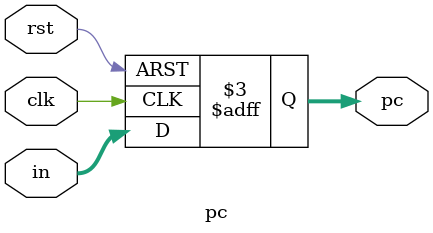
<source format=sv>
module pc(
	//entradas
	input [31:0] in,
	input clk, rst,
	
	//saidas
	output reg [31:0] pc
);

always @(posedge clk, negedge rst)
	begin
	if(rst == 1'b0)
		begin	
			pc <= 32'd0;
		end 
	else 
		begin
			pc <= in;
		end
	end
		
endmodule
</source>
